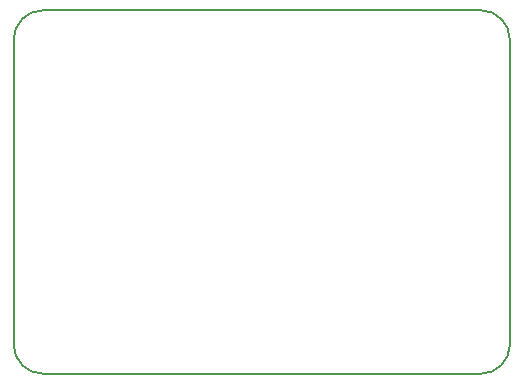
<source format=gm1>
G04*
G04 #@! TF.GenerationSoftware,Altium Limited,Altium Designer,20.1.14 (287)*
G04*
G04 Layer_Color=16711935*
%FSAX25Y25*%
%MOIN*%
G70*
G04*
G04 #@! TF.SameCoordinates,0E288BC8-C536-4CC5-9AEF-3088BE1C8A18*
G04*
G04*
G04 #@! TF.FilePolarity,Positive*
G04*
G01*
G75*
%ADD45C,0.00700*%
D45*
X0000000Y0010142D02*
G03*
X0009843Y0000300I0009843J0000000D01*
G01*
Y0121480D02*
G03*
X0000000Y0111638I0000000J-0009843D01*
G01*
X0165480D02*
G03*
X0155638Y0121480I-0009843J0000000D01*
G01*
Y0000300D02*
G03*
X0165480Y0010142I0000000J0009843D01*
G01*
X0009843Y0121480D02*
X0155500D01*
X0165480Y0111638D02*
X0165500Y0010000D01*
X0009843Y0000300D02*
X0155600D01*
X0000000Y0010100D02*
Y0111638D01*
M02*

</source>
